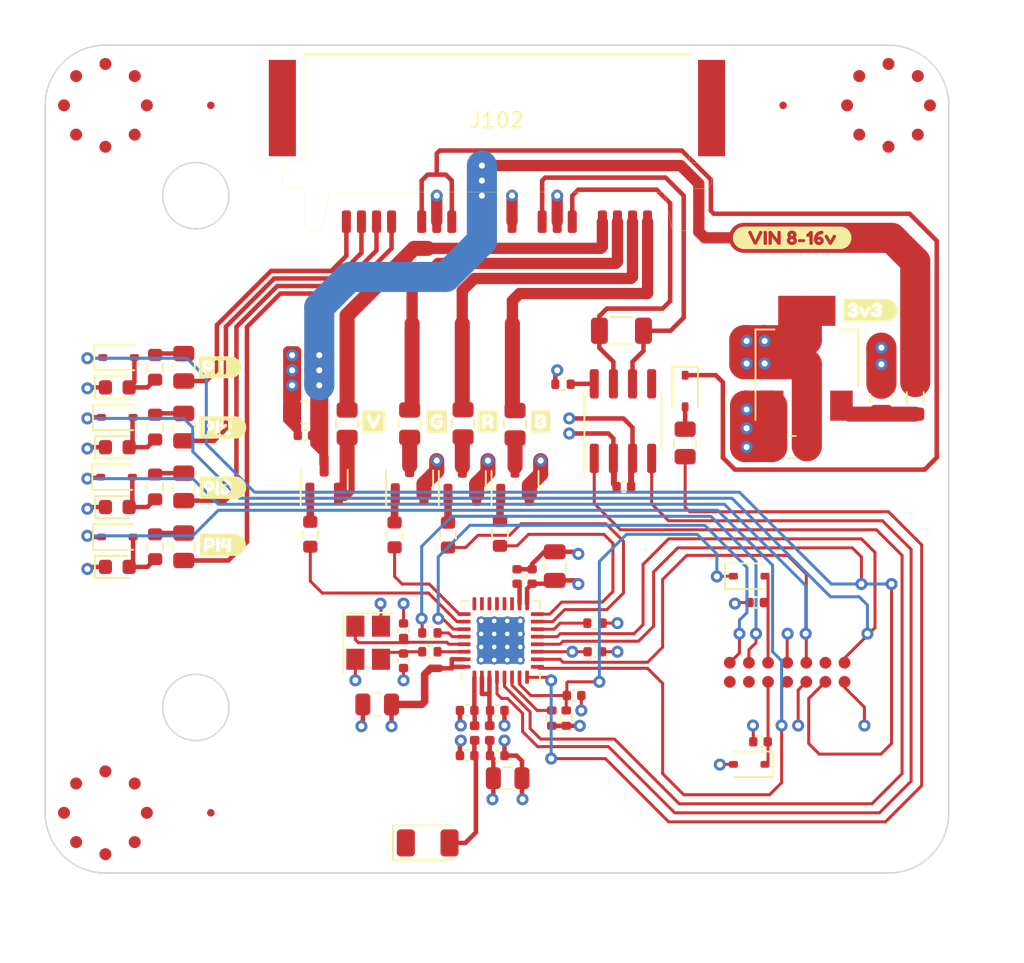
<source format=kicad_pcb>
(kicad_pcb (version 20221018) (generator pcbnew)
  (layers (0 "F.Cu" signal) (1 "In1.Cu" signal) (2 "In2.Cu" signal) (31 "B.Cu" signal) (34 "B.Paste" user) (35 "F.Paste" user) (36 "B.SilkS" user "B.Silkscreen") (37 "F.SilkS" user "F.Silkscreen") (38 "B.Mask" user) (39 "F.Mask" user) (44 "Edge.Cuts" user))
  (net 0 "")
  (net 1 "/RF_ANT")
  (net 2 "GND")
  (net 3 "VS")
  (net 4 "VDD")
  (net 5 "/_XTAL_P")
  (net 6 "/XTAL_N")
  (net 7 "Net-(C110-Pad1)")
  (net 8 "/LNA_IN")
  (net 9 "Net-(U103-VI)")
  (net 10 "Net-(D109-K)")
  (net 11 "/JTRST")
  (net 12 "/EN")
  (net 13 "/PI1_DIV")
  (net 14 "/NZR1_OUT")
  (net 15 "Net-(D102-A)")
  (net 16 "/PI2_DIV")
  (net 17 "/PI3_DIV")
  (net 18 "/PI4_DIV")
  (net 19 "/MTMS")
  (net 20 "/MTDI")
  (net 21 "/MTCK")
  (net 22 "/MTDO")
  (net 26 "/VCP_TX")
  (net 27 "/VCP_RX")
  (net 28 "Net-(Q101-G)")
  (net 29 "Net-(Q101-S)")
  (net 30 "Net-(Q102-G)")
  (net 31 "Net-(Q102-D)")
  (net 32 "Net-(Q103-G)")
  (net 33 "Net-(Q103-D)")
  (net 34 "Net-(Q104-G)")
  (net 35 "Net-(Q104-D)")
  (net 36 "/V_OUT")
  (net 37 "/PI1")
  (net 38 "Net-(R102-Pad2)")
  (net 39 "/V_GATE")
  (net 40 "/R_GATE")
  (net 41 "/G_GATE")
  (net 42 "/B_GATE")
  (net 43 "/R_OUT")
  (net 44 "/G_OUT")
  (net 45 "/B_OUT")
  (net 46 "/NRZ1")
  (net 47 "/PI2")
  (net 48 "Net-(R113-Pad2)")
  (net 49 "/PI3")
  (net 50 "Net-(R115-Pad2)")
  (net 51 "/PI4")
  (net 52 "Net-(R116-Pad2)")
  (net 53 "Net-(U102-Rs)")
  (net 54 "/CAN_H")
  (net 55 "/CAN_L")
  (net 56 "/XTAL_P")
  (net 57 "/_VCP_TX")
  (net 58 "Net-(U101-GPIO2)")
  (net 59 "Net-(U101-GPIO8)")
  (net 60 "/CAN_RXD")
  (net 61 "/CAN_TXD")
  (footprint "kibuzzard-648F92EC" (layer "F.Cu") (at 57.8 47)
    (fp_text reference "kibuzzard-648F92EC" hide)
    (fp_text value "G***" hide)
  )
  (footprint "Diode_SMD:D_SOD-323" (layer "F.Cu") (at 40.7375 50.7)
    (fp_text reference "D110" hide)
    (fp_text value "1N5819WS" hide)
  )
  (footprint "kibuzzard-648F93A2" (layer "F.Cu") (at 85.6 34.8)
    (fp_text reference "kibuzzard-648F93A2" hide)
    (fp_text value "G***" hide)
  )
  (footprint "Fiducial:Fiducial_0.5mm_Mask1.5mm" (layer "F.Cu") (at 85 26)
    (fp_text reference "REF**" hide)
    (fp_text value "Fiducial_0.5mm_Mask1.5mm" hide)
  )
  (footprint "Package_TO_SOT_SMD:SOT-23" (layer "F.Cu") (at 60.2 50.9 90)
    (fp_text reference "Q103" hide)
    (fp_text value "AO3400A" hide)
  )
  (footprint "Inductor_SMD:L_0402_1005Metric" (layer "F.Cu") (at 65.52 67.700001 -90)
    (fp_text reference "L101" hide)
    (fp_text value "L_Small" hide)
  )
  (footprint "Resistor_SMD:R_0402_1005Metric" (layer "F.Cu") (at 70.6 66.71 90)
    (fp_text reference "R123" hide)
    (fp_text value "R_0402_1k" hide)
  )
  (footprint "LED_SMD:LED_0603_1608Metric" (layer "F.Cu") (at 40.7875 44.7375)
    (fp_text reference "D106" hide)
    (fp_text value "LED_0603_RED" hide)
  )
  (footprint "Package_TO_SOT_SMD:SOT-23" (layer "F.Cu") (at 63.7 50.937501 90)
    (fp_text reference "Q102" hide)
    (fp_text value "AO3400A" hide)
  )
  (footprint "Capacitor_SMD:C_0402_1005Metric" (layer "F.Cu") (at 67.335 57.3 90)
    (fp_text reference "C114" hide)
    (fp_text value "C_0402_100nf_X7R" hide)
  )
  (footprint "Resistor_SMD:R_0805_2012Metric" (layer "F.Cu") (at 60.2 47.15 90)
    (fp_text reference "R109" hide)
    (fp_text value "100" hide)
  )
  (footprint "Capacitor_SMD:C_0402_1005Metric" (layer "F.Cu") (at 83.25 59.03 180)
    (fp_text reference "C119" hide)
    (fp_text value "C_0402_100nf_X7R" hide)
  )
  (footprint "LCSC_Connector:SMTSO2020CTJ" (layer "F.Cu") (at 40 73)
    (fp_text reference "H103" hide)
    (fp_text value " SMTSO2020CTJ" hide)
  )
  (footprint "Diode_SMD:D_SOD-323" (layer "F.Cu") (at 40.875 42.75)
    (fp_text reference "D111" hide)
    (fp_text value "1N5819WS" hide)
  )
  (footprint "Capacitor_SMD:C_0805_2012Metric" (layer "F.Cu") (at 91.525 45.45 90)
    (fp_text reference "C116" hide)
    (fp_text value "C_0805_1u_X7R" hide)
  )
  (footprint "Diode_SMD:D_SOD-323" (layer "F.Cu") (at 40.7875 54.675)
    (fp_text reference "D108" hide)
    (fp_text value "1N5819WS" hide)
  )
  (footprint "Resistor_SMD:R_0805_2012Metric" (layer "F.Cu") (at 45.2 55.325 90)
    (fp_text reference "R102" hide)
    (fp_text value "R_0805_10k" hide)
  )
  (footprint "Resistor_SMD:R_0402_1005Metric" (layer "F.Cu") (at 61.54624 61.05 180)
    (fp_text reference "R122" hide)
    (fp_text value "R_0402_499" hide)
  )
  (footprint "Package_SO:SOIC-8_3.9x4.9mm_P1.27mm" (layer "F.Cu") (at 74.365 46.975 90)
    (fp_text reference "U102" hide)
    (fp_text value "SN65HVD230" hide)
  )
  (footprint "Resistor_SMD:R_0603_1608Metric" (layer "F.Cu") (at 66.2 54.4375 90)
    (fp_text reference "R107" hide)
    (fp_text value "100" hide)
  )
  (footprint "Package_TO_SOT_SMD:SOT-23" (layer "F.Cu") (at 54.525 50.8625 90)
    (fp_text reference "Q101" hide)
    (fp_text value "AO3401A" hide)
  )
  (footprint "Diode_SMD:D_SOD-323" (layer "F.Cu") (at 82.75 57.28)
    (fp_text reference "D107" hide)
    (fp_text value "1N5819WS" hide)
  )
  (footprint "Package_TO_SOT_SMD:SOT-23" (layer "F.Cu") (at 67.2 50.9375 90)
    (fp_text reference "Q104" hide)
    (fp_text value "AO3400A" hide)
  )
  (footprint "Package_DFN_QFN:HVQFN-32-1EP_5x5mm_P0.5mm_EP3.1x3.1mm_ThermalVias" (layer "F.Cu") (at 66.25 61.55 90)
    (fp_text reference "U101" hide)
    (fp_text value "ESP32-C3FH4" hide)
  )
  (footprint "Resistor_SMD:R_0402_1005Metric" (layer "F.Cu") (at 70.385001 44.527499 180)
    (fp_text reference "R119" hide)
    (fp_text value "R_0402_1k" hide)
  )
  (footprint "Diode_SMD:D_SOD-323" (layer "F.Cu") (at 78.495 44.977499 -90)
    (fp_text reference "D102" hide)
    (fp_text value "1N5819WS" hide)
  )
  (footprint "Capacitor_SMD:C_0402_1005Metric" (layer "F.Cu") (at 83.5 68.28 180)
    (fp_text reference "C118" hide)
    (fp_text value "C_0402_100nf_X7R" hide)
  )
  (footprint "Capacitor_SMD:C_0402_1005Metric" (layer "F.Cu") (at 66.02 66.200001)
    (fp_text reference "C110" hide)
    (fp_text value "C_0402_DNP" hide)
  )
  (footprint "kibuzzard-648F92C0" (layer "F.Cu") (at 65.4 47)
    (fp_text reference "kibuzzard-648F92C0" hide)
    (fp_text value "G***" hide)
  )
  (footprint "Capacitor_SMD:C_0402_1005Metric" (layer "F.Cu") (at 64.02 69.200001 180)
    (fp_text reference "C112" hide)
    (fp_text value "C_0402_DNP" hide)
  )
  (footprint "LED_SMD:LED_0603_1608Metric" (layer "F.Cu") (at 40.787501 56.662501)
    (fp_text reference "D101" hide)
    (fp_text value "LED_0603_RED" hide)
  )
  (footprint "LED_SMD:LED_0603_1608Metric" (layer "F.Cu") (at 40.7875 48.7125)
    (fp_text reference "D105" hide)
    (fp_text value "LED_0603_RED" hide)
  )
  (footprint "Resistor_SMD:R_0603_1608Metric" (layer "F.Cu") (at 53.605001 54.492501 90)
    (fp_text reference "R104" hide)
    (fp_text value "100" hide)
  )
  (footprint "Resistor_SMD:R_0805_2012Metric" (layer "F.Cu") (at 45.2 47.375 90)
    (fp_text reference "R115" hide)
    (fp_text value "R_0805_10k" hide)
  )
  (footprint "Capacitor_SMD:C_0805_2012Metric" (layer "F.Cu") (at 66.71 70.700001)
    (fp_text reference "C108" hide)
    (fp_text value "C_0805_10u_X5R" hide)
  )
  (footprint "Resistor_SMD:R_0603_1608Metric" (layer "F.Cu") (at 43.3 43.4 -90)
    (fp_text reference "R118" hide)
    (fp_text value "1k" hide)
  )
  (footprint "kibuzzard-648F9323" (layer "F.Cu") (at 47.8 47.4)
    (fp_text reference "kibuzzard-648F9323" hide)
    (fp_text value "G***" hide)
  )
  (footprint "Resistor_SMD:R_0805_2012Metric" (layer "F.Cu") (at 67.2 47.1875 90)
    (fp_text reference "R110" hide)
    (fp_text value "100" hide)
  )
  (footprint "Capacitor_SMD:C_0402_1005Metric" (layer "F.Cu") (at 66.02 69.200001)
    (fp_text reference "C109" hide)
    (fp_text value "C_0402_100nf_X7R" hide)
  )
  (footprint "RF_Antenna:Johanson_2450AT18x100" (layer "F.Cu") (at 61.4 75)
    (fp_text reference "AE101" hide)
    (fp_text value "Antenna_Chip" hide)
  )
  (footprint "Resistor_SMD:R_0402_1005Metric" (layer "F.Cu") (at 69.64 66.71 90)
    (fp_text reference "R124" hide)
    (fp_text value "R_0402_1k" hide)
  )
  (footprint "kibuzzard-648F92CD" (layer "F.Cu") (at 62 47)
    (fp_text reference "kibuzzard-648F92CD" hide)
    (fp_text value "G***" hide)
  )
  (footprint "kibuzzard-648F93D4" (layer "F.Cu") (at 90.8 39.6)
    (fp_text reference "kibuzzard-648F93D4" hide)
    (fp_text value "G***" hide)
  )
  (footprint "Capacitor_SMD:C_0805_2012Metric" (layer "F.Cu") (at 58.04624 65.8 180)
    (fp_text reference "C106" hide)
    (fp_text value "C_0805_1u_X7R" hide)
  )
  (footprint "Capacitor_SMD:C_0805_2012Metric" (layer "F.Cu") (at 53.25 46.4 180)
    (fp_text reference "C101" hide)
    (fp_text value "C_0805_1u_X7R" hide)
  )
  (footprint "Capacitor_SMD:C_0402_1005Metric" (layer "F.Cu") (at 68.335 57.3 90)
    (fp_text reference "C107" hide)
    (fp_text value "C_0402_10n_C0G" hide)
  )
  (footprint "Capacitor_SMD:C_0402_1005Metric" (layer "F.Cu") (at 59.796239 60.9 90)
    (fp_text reference "C105" hide)
    (fp_text value "C_0402_DNP" hide)
  )
  (footprint "Resistor_SMD:R_0805_2012Metric" (layer "F.Cu") (at 56.05 47.15 90)
    (fp_text reference "R101" hide)
    (fp_text value "100" hide)
  )
  (footprint "Capacitor_SMD:C_0402_1005Metric" (layer "F.Cu") (at 74.425 51.327499 180)
    (fp_text reference "C103" hide)
    (fp_text value "C_0402_100nf_X7R" hide)
  )
  (footprint "Inductor_SMD:L_0805_2012Metric" (layer "F.Cu") (at 93.774999 45.45 -90)
    (fp_text reference "FB101" hide)
    (fp_text value "FerriteBead_Small" hide)
  )
  (footprint "LCSC_Connector:ZE05H-16DP-2H" (layer "F.Cu") (at 66 23.534 180)
    (fp_text reference "J102")
    (fp_text value " ZE05H-16DP-2H" hide)
  )
  (footprint "kibuzzard-648F933E" (layer "F.Cu") (at 47.8 55.2)
    (fp_text reference "kibuzzard-648F933E" hide)
    (fp_text value "G***" hide)
  )
  (footprint "Resistor_SMD:R_0402_1005Metric" (layer "F.Cu") (at 72.51 60.4 180)
    (fp_text reference "R125" hide)
    (fp_text value "R_0402_1k" hide)
  )
  (footprint "Inductor_SMD:L_0402_1005Metric" (layer "F.Cu") (at 64.52 67.700001 -90)
    (fp_text reference "L102" hide)
    (fp_text value "L_Small" hide)
  )
  (footprint "Capacitor_SMD:C_0402_1005Metric" (layer "F.Cu") (at 59.79624 62.9 -90)
    (fp_text reference "C104" hide)
    (fp_text value "C_0402_DNP" hide)
  )
  (footprint "Resistor_SMD:R_0805_2012Metric" (layer "F.Cu") (at 63.75 47.125 90)
    (fp_text reference "R108" hide)
    (fp_text value "100" hide)
  )
  (footprint "LCSC_Connector:SMTSO2020CTJ" (layer "F.Cu") (at 40 26)
    (fp_text reference "H101" hide)
    (fp_text value " SMTSO2020CTJ" hide)
  )
  (footprint "Resistor_SMD:R_0603_1608Metric" (layer "F.Cu") (at 59.2 54.5375 90)
    (fp_text reference "R106" hide)
    (fp_text value "100" hide)
  )
  (footprint "Fiducial:Fiducial_0.5mm_Mask1.5mm" (layer "F.Cu") (at 47 26)
    (fp_text reference "REF**" hide)
    (fp_text value "Fiducial_0.5mm_Mask1.5mm" hide)
  )
  (footprint "Capacitor_SMD:C_0402_1005Metric" (layer "F.Cu") (at 72.5 62.3)
    (fp_text reference "C115" hide)
    (fp_text value "C_0402_100nf_X7R" hide)
  )
  (footprint "Capacitor_SMD:C_0805_2012Metric" (layer "F.Cu") (at 85.575 48.7 180)
    (fp_text reference "C117" hide)
    (fp_text value "C_0805_1u_X7R" hide)
  )
  (footprint "Resistor_SMD:R_0805_2012Metric" (layer "F.Cu") (at 45.2 43.4 90)
    (fp_text reference "R116" hide)
    (fp_text value "R_0805_10k" hide)
  )
  (footprint "kibuzzard-648F9331" (layer "F.Cu") (at 47.8 51.4)
    (fp_text reference "kibuzzard-648F9331" hide)
    (fp_text value "G***" hide)
  )
  (footprint "Package_TO_SOT_SMD:SOT-223-3_TabPin2" (layer "F.Cu") (at 86.575001 42.8 90)
    (fp_text reference "U103" hide)
    (fp_text value "AMS1117-3.3" hide)
  )
  (footprint "Diode_SMD:D_SOD-323" (layer "F.Cu") (at 40.787501 46.725)
    (fp_text reference "D112" hide)
    (fp_text value "1N5819WS" hide)
  )
  (footprint "Resistor_SMD:R_0603_1608Metric" (layer "F.Cu") (at 43.3 51.35 -90)
    (fp_text reference "R114" hide)
    (fp_text value "1k" hide)
  )
  (footprint "Capacitor_SMD:C_0402_1005Metric" (layer "F.Cu") (at 64.02 66.2 180)
    (fp_text reference "C111" hide)
    (fp_text value "C_0402_DNP" hide)
  )
  (footprint "Diode_SMD:D_SOD-323" (layer "F.Cu") (at 82.75 69.78 180)
    (fp_text reference "D109" hide)
    (fp_text value "1N5819WS" hide)
  )
  (footprint "Resistor_SMD:R_0402_1005Metric" (layer "F.Cu") (at 61.54624 62.3)
    (fp_text reference "R121" hide)
    (fp_text value "R_0402_DNP" hide)
  )
  (footprint "Resistor_SMD:R_0805_2012Metric" (layer "F.Cu") (at 45.2 51.35 90)
    (fp_text reference "R113" hide)
    (fp_text value "R_0805_10k" hide)
  )
  (footprint "kibuzzard-648F9315" (layer "F.Cu") (at 47.6 43.4)
    (fp_text reference "kibuzzard-648F9315" hide)
    (fp_text value "G***" hide)
  )
  (footprint "Resistor_SMD:R_1206_3216Metric" (layer "F.Cu") (at 74.265 40.975)
    (fp_text reference "R120" hide)
    (fp_text value "R_1206_DNP" hide)
  )
  (footprint "Capacitor_SMD:C_0805_2012Metric" (layer "F.Cu") (at 69.835 56.61 90)
    (fp_text reference "C113" hide)
    (fp_text value "C_0805_1u_X7R" hide)
  )
  (footprint "Resistor_SMD:R_0805_2012Metric" (layer "F.Cu") (at 78.495001 48.427499 90)
    (fp_text reference "R111" hide)
    (fp_text value "220" hide)
  )
  (footprint "Resistor_SMD:R_0603_1608Metric" (layer "F.Cu") (at 43.3 47.375 -90)
    (fp_text reference "R117" hide)
    (fp_text value "1k" hide)
  )
  (footprint "Resistor_SMD:R_0603_1608Metric" (layer "F.Cu") (at 62.75 54.549999 90)
    (fp_text reference "R105" hide)
    (fp_text value "100" hide)
  )
  (footprint "Capacitor_SMD:C_0402_1005Metric" (layer "F.Cu") (at 53.25 47.925 180)
    (fp_text reference "C102" hide)
    (fp_text value "C_0402_100nf_X7R" hide)
  )
  (footprint "kibuzzard-648F92E2" (layer "F.Cu") (at 68.9 47)
    (fp_text reference "kibuzzard-648F92E2" hide)
    (fp_text value "G***" hide)
  )
  (footprint "Capacitor_SMD:C_0402_1005Metric" (layer "F.Cu") (at 71.12 65.21)
    (fp_text reference "C120" hide)
    (fp_text value "C_0402_100nf_X7R" hide)
  )
  (footprint "LED_SMD:LED_0603_1608Metric" (layer "F.Cu") (at 40.7875 52.6875)
    (fp_text reference "D104" hide)
    (fp_text value "LED_0603_RED" hide)
  )
  (footprint "LCSC_Connector:SMTSO2020CTJ" (layer "F.Cu") (at 92 26)
    (fp_text reference "H102" hide)
    (fp_text value " SMTSO2020CTJ" hide)
  )
  (footprint "Fiducial:Fiducial_0.5mm_Mask1.5mm" (layer "F.Cu") (at 47 73)
    (fp_text reference "REF**" hide)
    (fp_text value "Fiducial_0.5mm_Mask1.5mm" hide)
  )
  (footprint "Resistor_SMD:R_0603_1608Metric" (layer "F.Cu") (at 43.3 55.325 -90)
    (fp_text reference "R103" hide)
    (fp_text value "1k" hide)
  )
  (footprint "Crystal:Crystal_SMD_3225-4Pin_3.2x2.5mm" (layer "F.Cu") (at 57.44624 61.7 -90)
    (fp_text reference "Y101" hide)
    (fp_text value "40_Mhz" hide)
  )
  (footprint "LCSC_Connector:TC2070-IDC-FP" (layer "F.Cu") (at 85.27 63.665)
    (fp_text reference "J101" hide)
    (fp_text value "Conn_ST_STDC14" hide)
  )
  (gr_line (start 36 73) (end 36 26) (stroke (width 0.1)) (layer "Edge.Cuts"))
  (gr_arc (start 36 26) (mid 37.171573 23.171573) (end 40 22) (stroke (width 0.1)) (layer "Edge.Cuts"))
  (gr_line (start 96 26) (end 96 73) (stroke (width 0.1)) (layer "Edge.Cuts"))
  (gr_arc (start 40 77) (mid 37.171573 75.828427) (end 36 73) (stroke (width 0.1)) (layer "Edge.Cuts"))
  (gr_circle (center 46 32) (end 48.2 32) (stroke (width 0.1)) (fill none) (layer "Edge.Cuts"))
  (gr_arc (start 92 22) (mid 94.828427 23.171573) (end 96 26) (stroke (width 0.1)) (layer "Edge.Cuts"))
  (gr_arc (start 96 73) (mid 94.828427 75.828427) (end 92 77) (stroke (width 0.1)) (layer "Edge.Cuts"))
  (gr_circle (center 46 66) (end 48.2 66) (stroke (width 0.1)) (fill none) (layer "Edge.Cuts"))
  (gr_line (start 92 77) (end 40 77) (stroke (width 0.1)) (layer "Edge.Cuts"))
  (gr_line (start 40 22) (end 92 22) (stroke (width 0.1)) (layer "Edge.Cuts"))
  (segment (start 64.5 68.205001) (end 64.52 68.185001) (width 0.3) (layer "F.Cu") (net 1))
  (segment (start 64.6 74.3) (end 63.9 75) (width 0.3) (layer "F.Cu") (net 1))
  (segment (start 64.5 69.200001) (end 64.5 68.205001) (width 0.3) (layer "F.Cu") (net 1))
  (segment (start 63.9 75) (end 63 75) (width 0.3) (layer "F.Cu") (net 1))
  (segment (start 64.6 69.300001) (end 64.6 74.3) (width 0.3) (layer "F.Cu") (net 1))
  (segment (start 64.5 69.200001) (end 64.6 69.300001) (width 0.3) (layer "F.Cu") (net 1))
  (segment (start 38.9125 52.6875) (end 38.8 52.8) (width 0.3) (layer "F.Cu") (net 2))
  (segment (start 68.335 56.82) (end 68.335 56.465) (width 0.3) (layer "F.Cu") (net 2))
  (segment (start 64.65 51.15) (end 65.4 50.4) (width 1) (layer "F.Cu") (net 2))
  (segment (start 82.475 47.25) (end 82.575 47.15) (width 2) (layer "F.Cu") (net 2))
  (segment (start 73.765 51.147499) (end 73.765 49.485) (width 0.4) (layer "F.Cu") (net 2))
  (segment (start 82.77 59.03) (end 81.87 59.03) (width 0.2) (layer "F.Cu") (net 2))
  (segment (start 91.525001 44.5) (end 91.525 43.2) (width 2) (layer "F.Cu") (net 2))
  (segment (start 68.15 51.25) (end 68.7 50.7) (width 1) (layer "F.Cu") (net 2))
  (segment (start 82.625 48.7) (end 82.575 48.700001) (width 2) (layer "F.Cu") (net 2))
  (segment (start 59.796239 60.42) (end 59.796239 59.103761) (width 0.2) (layer "F.Cu") (net 2))
  (segment (start 84.275 45.949999) (end 82.625 45.95) (width 2) (layer "F.Cu") (net 2))
  (segment (start 69.875001 43.725011) (end 70 43.600012) (width 0.3) (layer "F.Cu") (net 2))
  (segment (start 62 50.3) (end 62 49.6) (width 1) (layer "F.Cu") (net 2))
  (segment (start 91.525 43.2) (end 91.525 42.1) (width 2) (layer "F.Cu") (net 2))
  (segment (start 73.73 49.45) (end 73.73 48.13) (width 0.3) (layer "F.Cu") (net 2))
  (segment (start 83.02 68.28) (end 83.02 67.22) (width 0.2) (layer "F.Cu") (net 2))
  (segment (start 82.575 47.45) (end 82.575 47.4) (width 2) (layer "F.Cu") (net 2))
  (segment (start 67.335 56.82) (end 68.335 56.82) (width 0.3) (layer "F.Cu") (net 2))
  (segment (start 73.4 47.8) (end 70.8 47.8) (width 0.3) (layer "F.Cu") (net 2))
  (segment (start 40 52.6875) (end 38.9125 52.6875) (width 0.3) (layer "F.Cu") (net 2))
  (segment (start 84.275 48.7) (end 82.625 48.7) (width 2) (layer "F.Cu") (net 2))
  (segment (start 82.525001 45.95) (end 82.475 45.95) (width 2) (layer "F.Cu") (net 2))
  (segment (start 91.525 42.1) (end 91.525 42.25) (width 2) (layer "F.Cu") (net 2))
  (segment (start 85.27 61.13) (end 85.3 61.1) (width 0.2) (layer "F.Cu") (net 2))
  (segment (start 61.15 51.8375) (end 61.15 51.15) (width 1) (layer "F.Cu") (net 2))
  (segment (start 67.300001 69.200001) (end 66.5 69.200001) (width 0.3) (layer "F.Cu") (net 2))
  (segment (start 59.79624 64.19624) (end 59.8 64.2) (width 0.2) (layer "F.Cu") (net 2))
  (segment (start 61.8 50.5) (end 62 50.3) (width 1) (layer "F.Cu") (net 2))
  (segment (start 56.59624 64.19624) (end 56.6 64.2) (width 0.2) (layer "F.Cu") (net 2))
  (segment (start 82.475 46.3) (end 82.575 46.200001) (width 2) (layer "F.Cu") (net 2))
  (segment (start 66.5 69.200001) (end 66.5 68.2) (width 0.3) (layer "F.Cu") (net 2))
  (segment (start 59.796239 59.103761) (end 59.8 59.1) (width 0.2) (layer "F.Cu") (net 2))
  (segment (start 67.66 70.700001) (end 67.66 72.06) (width 0.3) (layer "F.Cu") (net 2))
  (segment (start 66.5 66.200001) (end 66.5 67.2) (width 0.3) (layer "F.Cu") (net 2))
  (segment (start 82.475 46.1) (end 82.475 45.95) (width 2) (layer "F.Cu") (net 2))
  (segment (start 38.937499 56.662501) (end 38.8 56.8) (width 0.3) (layer "F.Cu") (net 2))
  (segment (start 86.54 64.3) (end 86 64.84) (width 0.2) (layer "F.Cu") (net 2))
  (segment (start 68.7 50.7) (end 68.9 50.5) (width 1) (layer "F.Cu") (net 2))
  (segment (start 82.575 48.700001) (end 82.475 48.7) (width 2) (layer "F.Cu") (net 2))
  (segment (start 62 33.729) (end 62 32) (width 0.75) (layer "F.Cu") (net 2))
  (segment (start 82.625 45.95) (end 82.575 46) (width 2) (layer "F.Cu") (net 2))
  (segment (start 40.000001 56.662501) (end 38.937499 56.662501) (width 0.3) (layer "F.Cu") (net 2))
  (segment (start 82.625 47.45) (end 82.575 47.45) (width 2) (layer "F.Cu") (net 2))
  (segment (start 82.475 47.05) (end 82.475 46.3) (width 2) (layer "F.Cu") (net 2))
  (segment (start 85.27 63.03) (end 85.27 61.13) (width 0.2) (layer "F.Cu") (net 2))
  (segment (start 65.4 50.4) (end 65.4 49.6) (width 1) (layer "F.Cu") (net 2))
  (segment (start 71.6 65.21) (end 71.6 66.2) (width 0.2) (layer "F.Cu") (net 2))
  (segment (start 90.4 65.985717) (end 90.4 67.2) (width 0.2) (layer "F.Cu") (net 2))
  (segment (start 67.66 70.700001) (end 67.66 69.56) (width 0.3) (layer "F.Cu") (net 2))
  (segment (start 82.475 48.7) (end 82.475 47.7) (width 2) (layer "F.Cu") (net 2))
  (segment (start 40 44.7375) (end 38.8625 44.7375) (width 0.3) (layer "F.Cu") (net 2))
  (segment (start 38.8625 44.7375) (end 38.8 44.8) (width 0.3) (layer "F.Cu") (net 2))
  (segment (start 61.15 51.15) (end 61.8 50.5) (width 1) (layer "F.Cu") (net 2))
  (segment (start 63.54 66.2) (end 63.54 67.14) (width 0.3) (layer "F.Cu") (net 2))
  (segment (start 40 48.7125) (end 38.8875 48.7125) (width 0.3) (layer "F.Cu") (net 2))
  (segment (start 82.475 47.3) (end 82.475 47.25) (width 2) (layer "F.Cu") (net 2))
  (segment (start 84.275 45.949999) (end 84.275 48.7) (width 2) (layer "F.Cu") (net 2))
  (segment (start 69.875001 44.527499) (end 69.875001 43.725011) (width 0.3) (layer "F.Cu") (net 2))
  (segment (start 82.575 47.4) (end 82.475 47.3) (width 2) (layer "F.Cu") (net 2))
  (segment (start 89.08 64.665717) (end 90.4 65.985717) (width 0.2) (layer "F.Cu") (net 2))
  (segment (start 82.575 46.200001) (end 82.475 46.1) (width 2) (layer "F.Cu") (net 2))
  (segment (start 58.29624 59.126491) (end 58.269749 59.1) (width 0.2) (layer "F.Cu") (net 2))
  (segment (start 73.765 49.485) (end 73.73 49.45) (width 0.4) (layer "F.Cu") (net 2))
  (segment (start 71.26 55.66) (end 71.4 55.8) (width 0.3) (layer "F.Cu") (net 2))
  (segment (start 68.335 56.465) (end 69.14 55.66) (width 0.3) (layer "F.Cu") (net 2))
  (segment (start 57.09624 67.153759) (end 57 67.249999) (width 0.3) (layer "F.Cu") (net 2))
  (segment (start 82.475 47.7) (end 82.675 47.5) (width 2) (layer "F.Cu") (net 2))
  (segment (start 38.8875 48.7125) (end 38.8 48.8) (width 0.3) (layer "F.Cu") (net 2))
  (segment (start 69.835 55.66) (end 71.26 55.66) (width 0.3) (layer "F.Cu") (net 2))
  (segment (start 59.79624 63.38) (end 59.79624 64.19624) (width 0.2) (layer "F.Cu") (net 2))
  (segment (start 68.9 50.5) (end 68.9 49.6) (width 1) (layer "F.Cu") (net 2))
  (segment (start 73.945 51.327499) (end 73.765 51.147499) (width 0.4) (layer "F.Cu") (net 2))
  (segment (start 67 33.729) (end 67 32) (width 0.75) (layer "F.Cu") (net 2))
  (segment (start 73.73 48.13) (end 73.6 48) (width 0.3) (layer "F.Cu") (net 2))
  (segment (start 63.54 67.14) (end 63.6 67.2) (width 0.3) (layer "F.Cu") (net 2))
  (segment (start 72.98 62.3) (end 74 62.3) (width 0.2) (layer "F.Cu") (net 2))
  (segment (start 81.87 59.03) (end 81.8 59.1) (width 0.2) (layer "F.Cu") (net 2))
  (segment (start 89.08 64.3) (end 89.08 64.665717) (width 0.2) (layer "F.Cu") (net 2))
  (segment (start 56.59624 62.8) (end 56.59624 64.19624) (width 0.2) (layer "F.Cu") (net 2))
  (segment (start 83.02 67.22) (end 83 67.2) (width 0.2) (layer "F.Cu") (net 2))
  (segment (start 86 64.84) (end 86 67.2) (width 0.2) (layer "F.Cu") (net 2))
  (segment (start 58.29624 60.6) (end 58.29624 59.126491) (width 0.2) (layer "F.Cu") (net 2))
  (segment (start 70 33.729) (end 70 32) (width 0.75) (layer "F.Cu") (net 2))
  (segment (start 82.575 47.15) (end 82.475 47.05) (width 2) (layer "F.Cu") (net 2))
  (segment (start 69.14 55.66) (end 69.835 55.66) (width 0.3) (layer "F.Cu") (net 2))
  (segment (start 82.575 46) (end 82.525001 45.95) (width 2) (layer "F.Cu") (net 2))
  (segment (start 67.66 69.56) (end 67.300001 69.200001) (width 0.3) (layer "F.Cu") (net 2))
  (segment (start 64.65 51.875001) (end 64.65 51.15) (width 1) (layer "F.Cu") (net 2))
  (segment (start 73.6 48) (end 73.4 47.8) (width 0.3) (layer "F.Cu") (net 2))
  (segment (start 67.66 72.06) (end 67.7 72.1) (width 0.3) (layer "F.Cu") (net 2))
  (segment (start 63.54 69.200001) (end 63.54 68.26) (width 0.3) (layer "F.Cu") (net 2))
  (segment (start 57.09624 65.8) (end 57.09624 67.153759) (width 0.3) (layer "F.Cu") (net 2))
  (segment (start 68.15 51.875) (end 68.15 51.25) (width 1) (layer "F.Cu") (net 2))
  (segment (start 63.54 68.26) (end 63.6 68.2) (width 0.3) (layer "F.Cu") (net 2))
  (segment (start 82.675 47.5) (end 82.625 47.45) (width 2) (layer "F.Cu") (net 2))
  (via (at 65.4 49.6) (size 0.8) (drill 0.4) (layers "F.Cu" "B.Cu") (net 2))
  (via (at 38.8 48.8) (size 0.8) (drill 0.4) (layers "F.Cu" "B.Cu") (net 2))
  (via (at 71.6 66.2) (size 0.8) (drill 0.4) (layers "F.Cu" "B.Cu") (net 2))
  (via (at 91.525 42.1) (size 0.8) (drill 0.4) (layers "F.Cu" "B.Cu") (net 2))
  (via (at 58.269749 59.1) (size 0.8) (drill 0.4) (layers "F.Cu" "B.Cu") (net 2))
  (via (at 52.4 43.6) (size 0.8) (drill 0.4) (layers "F.Cu" "B.Cu") (net 2))
  (via (at 62 32) (size 0.8) (drill 0.4) (layers "F.Cu" "B.Cu") (net 2))
  (via (at 63.6 67.2) (size 0.8) (drill 0.4) (layers "F.Cu" "B.Cu") (net 2))
  (via (at 38.8 44.8) (size 0.8) (drill 0.4) (layers "F.Cu" "B.Cu") (net 2))
  (via (at 71.4 55.8) (size 0.8) (drill 0.4) (layers "F.Cu" "B.Cu") (net 2))
  (via (at 59.8 59.1) (size 0.8) (drill 0.4) (layers "F.Cu" "B.Cu") (net 2))
  (via (at 68.9 49.6) (size 0.8) (drill 0.4) (layers "F.Cu" "B.Cu") (net 2))
  (via (at 38.8 52.8) (size 0.8) (drill 0.4) (layers "F.Cu" "B.Cu") (net 2))
  (via (at 70 43.600012) (size 0.8) (drill 0.4) (layers "F.Cu" "B.Cu") (net 2))
  (via (at 91.525 43.2) (size 0.8) (drill 0.4) (layers "F.Cu" "B.Cu") (net 2))
  (via (at 52.4 42.6) (size 0.8) (drill 0.4) (layers "F.Cu" "B.Cu") (net 2))
  (via (at 74 62.3) (size 0.8) (drill 0.4) (layers "F.Cu" "B.Cu") (net 2))
  (via (at 70 32) (size 0.8) (drill 0.4) (layers "F.Cu" "B.Cu") (net 2))
  (via (at 86 67.2) (size 0.8) (drill 0.4) (layers "F.Cu" "B.Cu") (net 2))
  (via (at 82.575 47.45) (size 0.8) (drill 0.4) (layers "F.Cu" "B.Cu") (net 2))
  (via (at 38.8 56.8) (size 0.8) (drill 0.4) (layers "F.Cu" "B.Cu") (net 2))
  (via (at 67.7 72.1) (size 0.8) (drill 0.4) (layers "F.Cu" "B.Cu") (net 2))
  (via (at 90.4 67.2) (size 0.8) (drill 0.4) (layers "F.Cu" "B.Cu") (net 2))
  (via (at 57 67.249999) (size 0.8) (drill 0.4) (layers "F.Cu" "B.Cu") (net 2))
  (via (at 62 49.6) (size 0.8) (drill 0.4) (layers "F.Cu" "B.Cu") (net 2))
  (via (at 83 67.2) (size 0.8) (drill 0.4) (layers "F.Cu" "B.Cu") (net 2))
  (via (at 70.8 47.8) (size 0.8) (drill 0.4) (layers "F.Cu" "B.Cu") (net 2))
  (via (at 81.8 59.1) (size 0.8) (drill 0.4) (layers "F.Cu" "B.Cu") (net 2))
  (via (at 85.3 61.1) (size 0.8) (drill 0.4) (layers "F.Cu" "B.Cu") (net 2))
  (via (at 52.4 44.6) (size 0.8) (drill 0.4) (layers "F.Cu" "B.Cu") (net 2))
  (via (at 82.575 48.700001) (size 0.8) (drill 0.4) (layers "F.Cu" "B.Cu") (net 2))
  (via (at 63.6 68.2) (size 0.8) (drill 0.4) (layers "F.Cu" "B.Cu") (net 2))
  (via (at 66.5 68.2) (size 0.8) (drill 0.4) (layers "F.Cu" "B.Cu") (net 2))
  (via (at 59.8 64.2) (size 0.8) (drill 0.4) (layers "F.Cu" "B.Cu") (net 2))
  (via (at 82.575 46.200001) (size 0.8) (drill 0.4) (layers "F.Cu" "B.Cu") (net 2))
  (via (at 56.6 64.2) (size 0.8) (drill 0.4) (layers "F.Cu" "B.Cu") (net 2))
  (via (at 67 32) (size 0.8) (drill 0.4) (layers "F.Cu" "B.Cu") (net 2))
  (via (at 66.5 67.2) (size 0.8) (drill 0.4) (layers "F.Cu" "B.Cu") (net 2))
  (segment (start 65 31) (end 65 30.000016) (width 0.75) (layer "F.Cu") (net 3))
  (segment (start 79.8 34.8) (end 79.4 34.4) (width 0.75) (layer "F.Cu") (net 3))
  (segment (start 93.774999 36.374999) (end 92.2 34.8) (width 2) (layer "F.Cu") (net 3))
  (segment (start 93.774999 44.3875) (end 93.774999 36.374999) (width 2) (layer "F.Cu") (net 3))
  (segment (start 65 33.729) (end 65 32) (width 0.75) (layer "F.Cu") (net 3))
  (segment (start 79.4 31.2) (end 78.2 30) (width 0.75) (layer "F.Cu") (net 3))
  (segment (start 65 32) (end 65 31) (width 0.75) (layer "F.Cu") (net 3))
  (segment (start 92.2 34.8) (end 82.4 34.8) (width 2) (layer "F.Cu") (net 3))
  (segment (start 82.4 34.8) (end 79.8 34.8) (width 0.75) (layer "F.Cu") (net 3))
  (segment (start 65 30.000016) (end 65.000016 30) (width 0.75) (layer "F.Cu") (net 3))
  (segment (start 78.2 30) (end 65.000016 30) (width 0.75) (layer "F.Cu") (net 3))
  (segment (start 79.4 34.4) (end 79.4 31.2) (width 0.75) (layer "F.Cu") (net 3))
  (via (at 54.2 42.6) (size 0.8) (drill 0.4) (layers "F.Cu" "B.Cu") (net 3))
  (via (at 65 31) (size 0.8) (drill 0.4) (layers "F.Cu" "B.Cu") (net 3))
  (via (at 65.000016 30) (size 0.8) (drill 0.4) (layers "F.Cu" "B.Cu") (net 3))
  (via (at 54.2 44.6) (size 0.8) (drill 0.4) (layers "F.Cu" "B.Cu") (net 3))
  (via (at 54.2 43.6) (size 0.8) (drill 0.4) (layers "F.Cu" "B.Cu") (net 3))
  (via (at 65 32) (size 0.8) (drill 0.4) (layers "F.Cu" "B.Cu") (net 3))
  (segment (start 54.2 44.6) (end 54.2 44.4) (width 2) (layer "B.Cu") (net 3))
  (segment (start 54.2 43.6) (end 54.2 44.6) (width 2) (layer "B.Cu") (net 3))
  (segment (start 54.2 39.4) (end 54.2 42.6) (width 2) (layer "B.Cu") (net 3))
  (segment (start 62.6 37.4) (end 56.2 37.4) (width 2) (layer "B.Cu") (net 3))
  (segment (start 56.2 37.4) (end 54.2 39.4) (width 2) (layer "B.Cu") (net 3))
  (segment (start 65 35) (end 62.6 37.4) (width 2) (layer "B.Cu") (net 3))
  (segment (start 54.2 42.6) (end 54.2 43.6) (width 2) (layer "B.Cu") (net 3))
  (segment (start 65 30) (end 65 35) (width 2) (layer "B.Cu") (net 3))
  (segment (start 69.835 57.56) (end 71.16 57.56) (width 0.3) (layer "F.Cu") (net 4))
  (segment (start 83.825 43.2) (end 83.775 43.15) (width 2) (layer "F.Cu") (net 4))
  (segment (start 65.52 68.185001) (end 65.52 69.180001) (width 0.3) (layer "F.Cu") (net 4))
  (segment (start 86.575 41.599999) (end 86.575 39.65) (width 2) (layer "F.Cu") (net 4))
  (segment (start 82.625 43.2) (end 82.575 43.15) (width 2) (layer "F.Cu") (net 4))
  (segment (start 73.02 60.4) (end 74 60.4) (width 0.2) (layer "F.Cu") (net 4))
  (segment (start 83.825 41.6) (end 86.575 41.599999) (width 2) (layer "F.Cu") (net 4))
  (segment (start 61.2 65.6) (end 61.2 63.8) (width 0.5) (layer "F.Cu") (net 4))
  (segment (start 82.425 41.599999) (end 82.525 41.6) (width 2) (layer "F.Cu") (net 4))
  (segment (start 65.76 72.04) (end 65.7 72.1) (width 0.3) (layer "F.Cu") (net 4))
  (segment (start 75 47.4) (end 74.6 47) (width 0.3) (layer "F.Cu") (net 4))
  (segment (start 82.525 41.6) (end 82.575 41.65) (width 2) (layer "F.Cu") (net 4))
  (segment (start 68.7 62.3) (end 71 62.3) (width 0.2) (layer "F.Cu") (net 4))
  (segment (start 81.7 69.78) (end 80.82 69.78) (width 0.2) (layer "F.Cu") (net 4))
  (segment (start 67.5 57.945) (end 67.335 57.78) (width 0.3) (layer "F.Cu") (net 4))
  (segment (start 69.64 67.22) (end 71.499998 67.22) (width 0.3) (layer "F.Cu") (net 4))
  (segment (start 63 63.4) (end 63.1 63.3) (width 0.3) (layer "F.Cu") (net 4))
  (segment (start 58.99624 65.8) (end 61 65.8) (width 0.5) (layer "F.Cu") (net 4))
  (segment (start 68 58.115) (end 68.335 57.78) (width 0.3) (layer "F.Cu") (net 4))
  (segment (start 82.575 41.65) (end 82.625 41.6) (width 2) (layer "F.Cu") (net 4))
  (segment (start 68.335 57.78) (end 69.615 57.78) (width 0.3) (layer "F.Cu") (net 4))
  (segment (start 86.575 48.65) (end 86.575 43.2) (width 2) (layer "F.Cu") (net 4))
  (segment (start 82.575 43.15) (end 82.525 43.2) (width 2) (layer "F.Cu") (net 4))
  (segment (start 65.76 70.700001) (end 65.76 69.420001) (width 0.3) (layer "F.Cu") (net 4))
  (segment (start 74.905 51.327499) (end 74.905 49.545) (width 0.4) (layer "F.Cu") (net 4))
  (segment (start 63 63.4) (end 62.2 63.4) (width 0.3) (layer "F.Cu") (net 4))
  (segment (start 83.725 41.6) (end 83.775 41.65) (width 2) (layer "F.Cu") (net 4))
  (segment (start 61.2 63.8) (end 61.6 63.4) (width 0.5) (layer "F.Cu") (net 4))
  (segment (start 63.1 63.3) (end 63.8 63.3) (width 0.3) (layer "F.Cu") (net 4))
  (segment (start 58.99624 67.246239) (end 59 67.249999) (width 0.3) (layer "F.Cu") (net 4))
  (segment (start 82.625 41.6) (end 83.725 41.6) (width 2) (layer "F.Cu") (net 4))
  (segment (start 61.6 63.4) (end 62.2 63.4) (width 0.5) (layer "F.Cu") (net 4))
  (segment (start 71.16 57.56) (end 71.4 57.8) (width 0.3) (layer "F.Cu") (net 4))
  (segment (start 65.76 70.700001) (end 65.76 72.04) (width 0.3) (layer "F.Cu") (net 4))
  (segment (start 83.775 43.15) (end 83.725 43.2) (width 2) (layer "F.Cu") (net 4))
  (segment (start 75 49.45) (end 75 47.4) (width 0.3) (layer "F.Cu") (net 4))
  (segment (start 74.6 47) (end 74.4 46.8) (width 0.3) (layer "F.Cu") (net 4))
  (segment (start 69.615 57.78) (end 69.835 57.56) (width 0.3) (layer "F.Cu") (net 4))
  (segment (start 80.82 69.78) (end 80.8 69.8) (width 0.2) (layer "F.Cu") (net 4))
  (segment (start 63 63.4) (end 63 62.8) (width 0.3) (layer "F.Cu") (net 4))
  (segment (start 61 65.8) (end 61.2 65.6) (width 0.5) (layer "F.Cu") (net 4))
  (segment (start 72.02 62.3) (end 71 62.3) (width 0.2) (layer "F.Cu") (net 4))
  (segment (start 58.99624 65.8) (end 58.99624 67.246239) (width 0.3) (layer "F.Cu") (net 4))
  (segment (start 82.525 43.2) (end 82.425 43.2) (width 2) (layer "F.Cu") (net 4))
  (segment (start 86.575 43.2) (end 83.825 43.2) (width 2) (layer "F.Cu") (net 4))
  (segment (start 65.76 69.420001) (end 65.54 69.200001) (width 0.3) (layer "F.Cu") (net 4))
  (segment (start 63 62.8) (end 63.8 62.8) (width 0.3) (layer "F.Cu") (net 4))
  (segment (start 82.425 43.2) (end 82.425 41.599999) (width 2) (layer "F.Cu") (net 4))
  (segment (start 83.775 41.65) (end 83.825 41.6) (width 2) (layer "F.Cu") (net 4))
  (segment (start 74.4 46.8) (end 70.8 46.8) (width 0.3) (layer "F.Cu") (net 4))
  (segment (start 65.52 69.180001) (end 65.54 69.200001) (width 0.3) (layer "F.Cu") (net 4))
  (segment (start 74.905 49.545) (end 75 49.45) (width 0.4) (layer "F.Cu") (net 4))
  (segment (start 83.725 43.2) (end 82.625 43.2) (width 2) (layer "F.Cu") (net 4))
  (segment (start 67.5 59.1) (end 67.5 57.945) (width 0.3) (layer "F.Cu") (net 4))
  (segment (start 68 59.1) (end 68 58.115) (width 0.3) (layer "F.Cu") (net 4))
  (via (at 71.4 57.8) (size 0.8) (drill 0.4) (layers "F.Cu" "B.Cu") (net 4))
  (via (at 71.499998 67.22) (size 0.8) (drill 0.4) (layers "F.Cu" "B.Cu") (net 4))
  (via (at 83.775 41.65) (size 0.8) (drill 0.4) (layers "F.Cu" "B.Cu") (net 4))
  (via (at 65.7 72.1) (size 0.8) (drill 0.4) (layers "F.Cu" "B.Cu") (net 4))
  (via (at 59 67.249999) (size 0.8) (drill 0.4) (layers "F.Cu" "B.Cu") (net 4))
  (via (at 82.575 41.65) (size 0.8) (drill 0.4) (layers "F.Cu" "B.Cu") (net 4))
  (via (at 71 62.3) (size 0.8) (drill 0.4) (layers "F.Cu" "B.Cu") (net 4))
  (via (at 74 60.4) (size 0.8) (drill 0.4) (layers "F.Cu" "B.Cu") (net 4))
  (via (at 80.8 69.8) (size 0.8) (drill 0.4) (layers "F.Cu" "B.Cu") (net 4))
  (via (at 82.575 43.15) (size 0.8) (drill 0.4) (layers "F.Cu" "B.Cu") (net 4))
  (via (at 70.8 46.8) (size 0.8) (drill 0.4) (layers "F.Cu" "B.Cu") (net 4))
  (via (at 83.775 43.15) (size 0.8) (drill 0.4) (layers "F.Cu" "B.Cu") (net 4))
  (segment (start 61.03624 62.3) (end 59.83624 62.3) (width 0.2) (layer "F.Cu") (net 5))
  (segment (start 59.79624 62.34) (end 58.75624 62.34) (width 0.2) (layer "F.Cu") (net 5))
  (segment (start 58.75624 62.34) (end 58.29624 62.8) (width 0.2) (layer "F.Cu") (net 5))
  (segment (start 59.83624 62.3) (end 59.79624 62.34) (width 0.2) (layer "F.Cu") (net 5))
  (segment (start 56.59624 61.49624) (end 56.59624 60.6) (width 0.2) (layer "F.Cu") (net 6))
  (segment (start 56.8 61.7) (end 56.59624 61.49624) (width 0.2) (layer "F.Cu") (net 6))
  (segment (start 62.8 61.8) (end 62.67 61.67) (width 0.2) (layer "F.Cu") (net 6))
  (segment (start 60.056239 61.7) (end 56.8 61.7) (width 0.2) (layer "F.Cu") (net 6))
  (segment (start 60.086239 61.67) (end 59.796239 61.38) (width 0.2) (layer "F.Cu") (net 6))
  (segment (start 60.086239 61.67) (end 60.056239 61.7) (width 0.2) (layer "F.Cu") (net 6))
  (segment (start 62.67 61.67) (end 60.086239 61.67) (width 0.2) (layer "F.Cu") (net 6))
  (segment (start 63.8 61.8) (end 62.8 61.8) (width 0.2) (layer "F.Cu") (net 6))
  (segment (start 65.5 65.1) (end 65.5 64) (width 0.3) (layer "F.Cu") (net 7))
  (segment (start 65.52 66.220001) (end 65.54 66.200001) (width 0.3) (layer "F.Cu") (net 7))
  (segment (start 65 64) (end 65 65.1) (width 0.3) (layer "F.Cu") (net 7))
  (segment (start 65.52 67.215001) (end 65.52 66.220001) (width 0.3) (layer "F.Cu") (net 7))
  (segment (start 65 65.1) (end 65.5 65.1) (width 0.3) (layer "F.Cu") (net 7))
  (segment (start 65.54 66.200001) (end 65.5 66.160001) (width 0.3) (layer "F.Cu") (net 7))
  (segment (start 65.5 66.160001) (end 65.5 65.1) (width 0.3) (layer "F.Cu") (net 7))
  (segment (start 64.52 67.215001) (end 64.52 66.22) (width 0.3) (layer "F.Cu") (net 8))
  (segment (start 64.52 66.22) (end 64.5 66.2) (width 0.3) (layer "F.Cu") (net 8))
  (segment (start 64.5 66.2) (end 64.5 64) (width 0.3) (layer "F.Cu") (net 8))
  (segment (start 89.4375 46.5125) (end 88.875 45.95) (width 1) (layer "F.Cu") (net 9))
  (segment (start 93.774999 46.5125) (end 89.4375 46.5125) (width 1) (layer "F.Cu") (net 9))
  (segment (start 84 69.58) (end 83.8 69.78) (width 0.2) (layer "F.Cu") (net 10))
  (segment (start 84 64.3) (end 84 69.58) (width 0.2) (layer "F.Cu") (net 10))
  (segment (start 84 63.03) (end 84 57.48) (width 0.2) (layer "F.Cu") (net 11))
  (segment (start 84 57.48) (end 83.8 57.28) (width 0.2) (layer "F.Cu") (net 11))
  (segment (start 70.6 65.25) (end 70.64 65.21) (width 0.2) (layer "F.Cu") (net 12))
  (segment (start 67.5 64.459519) (end 68.250481 65.21) (width 0.2) (layer "F.Cu") (net 12))
  (segment (start 80.62 57.28) (end 80.6 57.3) (width 0.2) (layer "F.Cu") (net 12))
  (segment (start 67.5 64) (end 67.5 64.459519) (width 0.2) (layer "F.Cu") (net 12))
  (segment (start 70.64 65.21) (end 70.64 64.36) (width 0.2) (layer "F.Cu") (net 12))
  (segment (start 70.64 64.36) (end 70.7 64.3) (width 0.2) (layer "F.Cu") (net 12))
  (segment (start 70.7 64.3) (end 72.8 64.3) (width 0.2) (layer "F.Cu") (net 12))
  (segment (start 81.7 57.28) (end 80.62 57.28) (width 0.2) (layer "F.Cu") (net 12))
  (segment (start 68.250481 65.21) (end 70.64 65.21) (width 0.2) (layer "F.Cu") (net 12))
  (segment (start 70.6 66.2) (end 70.6 65.25) (width 0.2) (layer "F.Cu") (net 12))
  (via (at 80.6 57.3) (size 0.8) (drill 0.4) (layers "F.Cu" "B.Cu") (net 12))
  (via (at 72.8 64.3) (size 0.8) (drill 0.4) (layers "F.Cu" "B.Cu") (net 12))
  (segment (start 72.8 56.3) (end 72.8 64.3) (width 0.2) (layer "B.Cu") (net 12))
  (segment (start 74.6 54.5) (end 72.8 56.3) (width 0.2) (layer "B.Cu") (net 12))
  (segment (start 80.6 55.8) (end 79.3 54.5) (width 0.2) (layer "B.Cu") (net 12))
  (segment (start 80.6 57.3) (end 80.6 55.8) (width 0.2) (layer "B.Cu") (net 12))
  (segment (start 79.3 54.5) (end 74.6 54.5) (width 0.2) (layer "B.Cu") (net 12))
  (segment (start 41.575001 56.662501) (end 42.787499 56.662501) (width 0.3) (layer "F.Cu") (net 13))
  (segment (start 41.8375 56.400002) (end 41.575001 56.662501) (width 0.3) (layer "F.Cu") (net 13))
  (segment (start 41.8375 54.675) (end 41.8375 56.400002) (width 0.3) (layer "F.Cu") (net 13))
  (segment (start 42.787499 56.662501) (end 43.3 56.15) (width 0.3) (layer "F.Cu") (net 13))
  (segment (start 61.4 30.6) (end 61 31) (width 0.3) (layer "F.Cu") (net 14))
  (segment (start 62 30.6) (end 62 29.2) (width 0.3) (layer "F.Cu") (net 14))
  (segment (start 63 33.729) (end 63 31) (width 0.3) (layer "F.Cu") (net 14))
  (segment (start 78.271 29) (end 80.2 30.929) (width 0.3) (layer "F.Cu") (net 14))
  (segment (start 61 31) (end 61 33.729) (width 0.3) (layer "F.Cu") (net 14))
  (segment (start 81.8 50.2) (end 81 49.4) (width 0.3) (layer "F.Cu") (net 14))
  (segment (start 62 30.6) (end 61.4 30.6) (width 0.3) (layer "F.Cu") (net 14))
  (segment (start 80.2 30.929) (end 80.2 33) (width 0.3) (layer "F.Cu") (net 14))
  (segment (start 93.4 33.2) (end 95.2 35) (width 0.3) (layer "F.Cu") (net 14))
  (segment (start 63 31) (end 62.6 30.6) (width 0.3) (layer "F.Cu") (net 14))
  (segment (start 94.4 50.2) (end 81.8 50.2) (width 0.3) (layer "F.Cu") (net 14))
  (segment (start 81 49.4) (end 81 44.4) (width 0.3) (layer "F.Cu") (net 14))
  (segment (start 62 29.2) (end 62.2 29) (width 0.3) (layer "F.Cu") (net 14))
  (segment (start 81 44.4) (end 80.527499 43.927499) (width 0.3) (layer "F.Cu") (net 14))
  (segment (start 80.2 33) (end 80.4 33.2) (width 0.3) (layer "F.Cu") (net 14))
  (segment (start 95.2 35) (end 95.2 49.4) (width 0.3) (layer "F.Cu") (net 14))
  (segment (start 95.2 49.4) (end 94.4 50.2) (width 0.3) (layer "F.Cu") (net 14))
  (segment (start 80.4 33.2) (end 93.4 33.2) (width 0.3) (layer "F.Cu") (net 14))
  (segment (start 62.6 30.6) (end 62 30.6) (width 0.3) (layer "F.Cu") (net 14))
  (segment (start 80.527499 43.927499) (end 78.495 43.927499) (width 0.3) (layer "F.Cu") (net 14))
  (segment (start 62.2 29) (end 78.271 29) (width 0.3) (layer "F.Cu") (net 14))
  (segment (start 78.495 47.514998) (end 78.495001 47.514999) (width 0.3) (layer "F.Cu") (net 15))
  (segment (start 78.495 46.027498) (end 78.495 47.514998) (width 0.3) (layer "F.Cu") (net 15))
  (segment (start 41.575 52.6875) (end 42.7875 52.6875) (width 0.3) (layer "F.Cu") (net 16))
  (segment (start 42.7875 52.6875) (end 43.3 52.175) (width 0.3) (layer "F.Cu") (net 16))
  (segment (start 41.7875 50.7) (end 41.7875 52.475) (width 0.3) (layer "F.Cu") (net 16))
  (segment (start 41.7875 52.475) (end 41.575 52.6875) (width 0.3) (layer "F.Cu") (net 16))
  (segment (start 41.8 48.4875) (end 41.575 48.7125) (width 0.3) (layer "F.Cu") (net 17))
  (segment (start 41.837501 46.725) (end 41.8 46.762501) (width 0.3) (layer "F.Cu") (net 17))
  (segment (start 41.575 48.7125) (end 42.7875 48.7125) (width 0.3) (layer "F.Cu") (net 17))
  (segment (start 41.8 46.762501) (end 41.8 48.4875) (width 0.3) (layer "F.Cu") (net 17))
  (segment (start 42.7875 48.7125) (end 43.3 48.2) (width 0.3) (layer "F.Cu") (net 17))
  (segment (start 41.925 42.75) (end 41.925 44.3875) (width 0.3) (layer "F.Cu") (net 18))
  (segment (start 41.575 44.7375) (end 42.7875 44.7375) (width 0.3) (layer "F.Cu") (net 18))
  (segment (start 42.7875 44.7375) (end 43.3 44.225) (width 0.3) (layer "F.Cu") (net 18))
  (segment (start 41.925 44.3875) (end 41.575 44.7375) (width 0.3) (layer "F.Cu") (net 18))
  (segment (start 39.7375 54.675) (end 38.875 54.675) (width 0.3) (layer "F.Cu") (net 19))
  (segment (start 77 64.4) (end 77 70.4) (width 0.2) (layer "F.Cu") (net 19))
  (segment (start 84.9 67.2) (end 84.9 64.67) (width 0.2) (layer "F.Cu") (net 19))
  (segment (start 78.4 71.8) (end 84.1 71.8) (width 0.2) (layer "F.Cu") (net 19))
  (segment (start 76 63.4) (end 77 64.4) (width 0.2) (layer "F.Cu") (net 19))
  (segment (start 77 70.4) (end 78.4 71.8) (width 0.2) (layer "F.Cu") (net 19))
  (segment (start 38.875 54.675) (end 38.8 54.6) (width 0.3) (layer "F.Cu") (net 19))
  (segment (start 84.9 64.67) (end 85.27 64.3) (width 0.2) (layer "F.Cu") (net 19))
  (segment (start 84.1 71.8) (end 84.9 71) (width 0.2) (layer "F.Cu") (net 19))
  (segment (start 68.8 63.4) (end 76 63.4) (width 0.2) (layer "F.Cu") (net 19))
  (segment (start 84.9 71) (end 84.9 67.2) (width 0.2) (layer "F.Cu") (net 19))
  (segment (start 68.7 63.3) (end 68.8 63.4) (width 0.2) (layer "F.Cu") (net 19))
  (via (at 38.8 54.6) (size 0.8) (drill 0.4) (layers "F.Cu" "B.Cu") (net 19))
  (via (at 84.9 67.2) (size 0.8) (drill 0.4) (layers "F.Cu" "B.Cu") (net 19))
  (segment (start 84.9 62.9) (end 84.3 62.3) (width 0.2) (layer "B.Cu") (net 19))
  (segment (start 45.8 54.6) (end 38.8 54.6) (width 0.2) (layer "B.Cu") (net 19))
  (segment (start 47.5 52.9) (end 45.8 54.6) (width 0.2) (layer "B.Cu") (net 19))
  (segment (start 84.3 56.55) (end 80.65 52.9) (width 0.2) (layer "B.Cu") (net 19))
  (segment (start 84.3 62.3) (end 84.3 56.55) (width 0.2) (layer "B.Cu") (net 19))
  (segment (start 80.65 52.9) (end 47.5 52.9) (width 0.2) (layer "B.Cu") (net 19))
  (segment (start 84.9 67.2) (end 84.9 62.9) (width 0.2) (layer "B.Cu") (net 19))
  (segment (start 39.6875 50.7) (end 38.9 50.7) (width 0.2) (layer "F.Cu") (net 20))
  (segment (start 86.5 61.1) (end 86.54 61.14) (width 0.2) (layer "F.Cu") (net 20))
  (segment (start 70.187746 62.8) (end 70.387746 63) (width 0.2) (layer "F.Cu") (net 20))
  (segment (start 86.54 57.14) (end 86.54 61.06) (width 0.2) (layer "F.Cu") (net 20))
  (segment (start 76 63) (end 77 62) (width 0.2) (layer "F.Cu") (net 20))
  (segment (start 86.54 61.14) (end 86.54 63.03) (width 0.2) (layer "F.Cu") (net 20))
  (segment (start 85.3 55.9) (end 86.54 57.14) (width 0.2) (layer "F.Cu") (net 20))
  (segment (start 38.9 50.7) (end 38.8 50.8) (width 0.2) (layer "F.Cu") (net 20))
  (segment (start 70.387746 63) (end 76 63) (width 0.2) (layer "F.Cu") (net 20))
  (segment (start 77 62) (end 77 57.5) (width 0.2) (layer "F.Cu") (net 20))
  (segment (start 68.7 62.8) (end 70.187746 62.8) (width 0.2) (layer "F.Cu") (net 20))
  (segment (start 78.6 55.9) (end 85.3 55.9) (width 0.2) (layer "F.Cu") (net 20))
  (segment (start 86.54 61.06) (end 86.5 61.1) (width 0.2) (layer "F.Cu") (net 20))
  (segment (start 77 57.5) (end 78.6 55.9) (width 0.2) (layer "F.Cu") (net 20))
  (via (at 38.8 50.8) (size 0.8) (drill 0.4) (layers "F.Cu" "B.Cu") (net 20))
  (via (at 86.5 61.1) (size 0.8) (drill 0.4) (layers "F.Cu" "B.Cu") (net 20))
  (segment (start 47.5 52.5) (end 45.8 50.8) (width 0.2) (layer "B.Cu") (net 20))
  (segment (start 86.5 57.9) (end 81.1 52.5) (width 0.2) (layer "B.Cu") (net 20))
  (segment (start 81.1 52.5) (end 47.5 52.5) (width 0.2) (layer "B.Cu") (net 20))
  (segment (start 45.8 50.8) (end 38.8 50.8) (width 0.2) (layer "B.Cu") (net 20))
  (segment (start 86.5 61.1) (end 86.5 57.9) (width 0.2) (layer "B.Cu") (net 20))
  (segment (start 91.5 69.1) (end 92.2 68.4) (width 0.2) (layer "F.Cu") (net 21))
  (segment (start 38.8 42.8) (end 39.775 42.8) (width 0.2) (layer "F.Cu") (net 21))
  (segment (start 90.4 69.1) (end 87.4 69.1) (width 0.2) (layer "F.Cu") (net 21))
  (segment (start 90.4 69.1) (end 91.5 69.1) (width 0.2) (layer "F.Cu") (net 21))
  (segment (start 70.387746 61.6) (end 75.4 61.6) (width 0.2) (layer "F.Cu") (net 21))
  (segment (start 70.187746 61.8) (end 70.387746 61.6) (width 0.2) (layer "F.Cu") (net 21))
  (segment (start 78 55.4) (end 89.6 55.4) (width 0.2) (layer "F.Cu") (net 21))
  (segment (start 87.4 69.1) (end 86.7 68.4) (width 0.2) (layer "F.Cu") (net 21))
  (segment (start 92.2 68.4) (end 92.2 57.800012) (width 0.2) (layer "F.Cu") (net 21))
  (segment (start 76.4 57) (end 78 55.4) (width 0.2) (layer "F.Cu") (net 21))
  (segment (start 68.7 61.8) (end 70.187746 61.8) (width 0.2) (layer "F.Cu") (net 21))
  (segment (start 86.7 65.41) (end 87.81 64.3) (width 0.2) (layer "F.Cu") (net 21))
  (segment (start 90.2 56) (end 90.2 57.8) (width 0.2) (layer "F.Cu") (net 21))
  (segment (start 76.4 60.6) (end 76.4 57) (width 0.2) (layer "F.Cu") (net 21))
  (segment (start 75.4 61.6) (end 76.4 60.6) (width 0.2) (layer "F.Cu") (net 21))
  (segment (start 86.7 68.4) (end 86.7 65.41) (width 0.2) (layer "F.Cu") (net 21))
  (segment (start 89.6 55.4) (end 90.2 56) (width 0.2) (layer "F.Cu") (net 21))
  (segment (start 39.775 42.8) (end 39.825 42.75) (width 0.2) (layer "F.Cu") (net 21))
  (via (at 92.2 57.800012) (size 0.8) (drill 0.4) (layers "F.Cu" "B.Cu") (net 21))
  (via (at 38.8 42.8) (size 0.8) (drill 0.4) (layers "F.Cu" "B.Cu") (net 21))
  (via (at 90.2 57.8) (size 0.8) (drill 0.4) (layers "F.Cu" "B.Cu") (net 21))
  (segment (start 49.9 51.7) (end 82.1 51.7) (width 0.2) (layer "B.Cu") (net 21))
  (segment (start 45.4 42.8) (end 46.7 44.1) (width 0.2) (layer "B.Cu") (net 21))
  (segment (start 92.199988 57.8) (end 92.2 57.800012) (width 0.2) (layer "B.Cu") (net 21))
  (segment (start 88.2 57.8) (end 90.2 57.8) (width 0.2) (layer "B.Cu") (net 21))
  (segment (start 90.2 57.8) (end 92.199988 57.8) (width 0.2) (layer "B.Cu") (net 21))
  (segment (start 46.7 48.5) (end 49.9 51.7) (width 0.2) (layer "B.Cu") (net 21))
  (segment (start 46.7 44.1) (end 46.7 48.5) (width 0.2) (layer "B.Cu") (net 21))
  (segment (start 38.8 42.8) (end 45.4 42.8) (width 0.2) (layer "B.Cu") (net 21))
  (segment (start 82.1 51.7) (end 88.2 57.8) (width 0.2) (layer "B.Cu") (net 21))
  (segment (start 91.1 60.704282) (end 90.704282 61.1) (width 0.2) (layer "F.Cu") (net 22))
  (segment (start 38.875004 46.725) (end 38.8 46.800004) (width 0.3) (layer "F.Cu") (net 22))
  (segment (start 39.737501 46.725) (end 38.875004 46.725) (width 0.3) (layer "F.Cu") (net 22))
  (segment (start 91.1 55.7) (end 91.1 60.704282) (width 0.2) (layer "F.Cu") (net 22))
  (segment (start 75.7 60.5) (end 75.7 56.5) (width 0.2) (layer "F.Cu") (net 22))
  (segment (start 90.2 54.8) (end 91.1 55.7) (width 0.2) (layer "F.Cu") (net 22))
  (segment (start 75.7 56.5) (end 77.4 54.8) (width 0.2) (layer "F.Cu") (net 22))
  (segment (start 77.4 54.8) (end 90.2 54.8) (width 0.2) (layer "F.Cu") (net 22))
  (segment (start 90.6 61.204282) (end 89.08 62.724282) (width 0.2) (layer "F.Cu") (net 22))
  (segment (start 75.1 61.1) (end 75.7 60.5) (width 0.2) (layer "F.Cu") (net 22))
  (segment (start 90.6 61.1) (end 90.6 61.204282) (width 0.2) (layer "F.Cu") (net 22))
  (segment (start 70.2 61.1) (end 75.1 61.1) (width 0.2) (layer "F.Cu") (net 22))
  (segment (start 90.704282 61.1) (end 90.6 61.1) (width 0.2) (layer "F.Cu") (net 22))
  (segment (start 89.08 62.724282) (end 89.08 63.03) (width 0.2) (layer "F.Cu") (net 22))
  (segment (start 70 61.3) (end 70.2 61.1) (width 0.2) (layer "F.Cu") (net 22))
  (segment (start 68.7 61.3) (end 70 61.3) (width 0.2) (layer "F.Cu") (net 22))
  (via (at 38.8 46.800004) (size 0.8) (drill 0.4) (layers "F.Cu" "B.Cu") (net 22))
  (via (at 90.6 61.1) (size 0.8) (drill 0.4) (layers "F.Cu" "B.Cu") (net 22))
  (segment (start 90.05 58.65) (end 88.15 58.65) (width 0.2) (layer "B.Cu") (net 22))
  (segment (start 45.8 47.4) (end 45.200004 46.800004) (width 0.2) (layer "B.Cu") (net 22))
  (segment (start 90.6 61.1) (end 90.6 59.2) (width 0.2) (layer "B.Cu") (net 22))
  (segment (start 45.8 49) (end 45.8 47.4) (width 0.2) (layer "B.Cu") (net 22))
  (segment (start 45.200004 46.800004) (end 38.8 46.800004) (width 0.2) (layer "B.Cu") (net 22))
  (segment (start 48.9 52.1) (end 45.8 49) (width 0.2) (layer "B.Cu") (net 22))
  (segment (start 88.15 58.65) (end 81.6 52.1) (width 0.2) (layer "B.Cu") (net 22))
  (segment (start 81.6 52.1) (end 48.9 52.1) (width 0.2) (layer "B.Cu") (net 22))
  (segment (start 90.6 59.2) (end 90.05 58.65) (width 0.2) (layer "B.Cu") (net 22))
  (segment (start 61.03624 60.13624) (end 61 60.1) (width 0.2) (layer "F.Cu") (net 26))
  (segment (start 82.73 63.03) (end 82.73 62.17) (width 0.2) (layer "F.Cu") (net 26))
  (segment (start 83.2 61.7) (end 83.2 61.1) (width 0.2) (layer "F.Cu") (net 26))
  (segment (start 61.03624 61.05) (end 61.03624 60.13624) (width 0.2) (layer "F.Cu") (net 26))
  (segment (start 82.73 62.17) (end 83 61.9) (width 0.2) (layer "F.Cu") (net 26))
  (segment (start 83 61.9) (end 83.2 61.7) (width 0.2) (layer "F.Cu") (net 26))
  (via (at 61 60.1) (size 0.8) (drill 0.4) (layers "F.Cu" "B.Cu") (net 26))
  (via (at 83.2 61.1) (size 0.8) (drill 0.4) (layers "F.Cu" "B.Cu") (net 26))
  (segment (start 83.2 61.1) (end 83.2 56.3) (width 0.2) (layer "B.Cu") (net 26))
  (segment (start 61 55.3) (end 61 60.1) (width 0.2) (layer "B.Cu") (net 26))
  (segment (start 63 53.3) (end 61 55.3) (width 0.2) (layer "B.Cu") (net 26))
  (segment (start 80.2 53.3) (end 63 53.3) (width 0.2) (layer "B.Cu") (net 26))
  (segment (start 83.2 56.3) (end 80.2 53.3) (width 0.2) (layer "B.Cu") (net 26))
  (segment (start 63.1 60.8) (end 62.4 60.1) (width 0.2) (layer "F.Cu") (net 27))
  (segment (start 81.46 63.03) (end 82.1 62.39) (width 0.2) (layer "F.Cu") (net 27))
  (segment (start 62.4 60.1) (end 62.1 60.1) (width 0.2) (layer "F.Cu") (net 27))
  (segment (start 63.8 60.8) (end 63.1 60.8) (width 0.2) (layer "F.Cu") (net 27))
  (segment (start 82.1 62.39) (end 82.1 61.1) (width 0.2) (layer "F.Cu") (net 27))
  (segment (start 63.8 60.8) (end 63.9 60.8) (width 0.2) (layer "F.Cu") (net 27))
  (via (at 82.1 61.1) (size 0.8) (drill 0.4) (layers "F.Cu" "B.Cu") (net 27))
  (via (at 62.1 60.1) (size 0.8) (drill 0.4) (layers "F.Cu" "B.Cu") (net 27))
  (segment (start 62.1 56) (end 62.1 60.1) (width 0.2) (layer "B.Cu") (net 27))
  (segment (start 82.6 59.7) (end 82.6 56.7) (width 0.2) (layer "B.Cu") (net 27))
  (segment (start 64.2 53.9) (end 62.1 56) (width 0.2) (layer "B.Cu") (net 27))
  (segment (start 82.1 60.2) (end 82.6 59.7) (width 0.2) (layer "B.Cu") (net 27))
  (segment (start 79.8 53.9) (end 64.2 53.9) (width 0.2) (layer "B.Cu") (net 27))
  (segment (start 82.1 61.1) (end 82.1 60.2) (width 0.2) (layer "B.Cu") (net 27))
  (segment (start 82.6 56.7) (end 79.8 53.9) (width 0.2) (layer "B.Cu") (net 27))
  (segment (start 53.605001 51.830001) (end 53.575 51.8) (width 0.5) (layer "F.Cu") (net 28))
  (segment (start 53.605001 53.667501) (end 53.605001 51.830001) (width 0.5) (layer "F.Cu") (net 28))
  (segment (start 55.8 51.8) (end 56.05 51.55) (width 1) (layer "F.Cu") (net 29))
  (segment (start 56.05 51.55) (end 56.05 48.0625) (width 1) (layer "F.Cu") (net 29))
  (segment (start 62.75 53.724999) (end 62.75 51.875001) (width 0.5) (layer "F.Cu") (net 30))
  (segment (start 63.7 50.000001) (end 63.7 48.0875) (width 1) (layer "F.Cu") (net 31))
  (segment (start 63.7 48.0875) (end 63.75 48.0375) (width 1) (layer "F.Cu") (net 31))
  (segment (start 59.2 53.7125) (end 59.2 51.8875) (width 0.5) (layer "F.Cu") (net 32))
  (segment (start 59.2 51.8875) (end 59.25 51.8375) (width 0.5) (layer "F.Cu") (net 32))
  (segment (start 60.2 49.9625) (end 60.2 48.0625) (width 1) (layer "F.Cu") (net 33))
  (segment (start 66.2 53.6125) (end 66.2 51.925) (width 0.5) (layer "F.Cu") (net 34))
  (segment (start 66.2 51.925) (end 66.25 51.875) (width 0.5) (layer "F.Cu") (net 34))
  (segment (start 67.2 50) (end 67.2 48.1) (width 1) (layer "F.Cu") (net 35))
  (segment (start 60.500001 35.499998) (end 61.4 35.499998) (width 1) (layer "F.Cu") (net 36))
  (segment (start 56.05 39.949999) (end 60.500001 35.499998) (width 1) (layer "F.Cu") (net 36))
  (segment (start 72.900002 35.499998) (end 61.4 35.499998) (width 0.75) (layer "F.Cu") (net 36))
  (segment (start 73 35.4) (end 72.900002 35.499998) (width 0.75) (layer "F.Cu") (net 36))
  (segment (start 73 33.729) (end 73 35.4) (width 0.75) (layer "F.Cu") (net 36))
  (segment (start 56.05 46.2375) (end 56.05 39.949999) (width 1) (layer "F.Cu") (net 36))
  (segment (start 48.1625 56.2375) (end 49.4 55) (width 0.3) (layer "F.Cu") (net 37))
  (segment (start 49.4 55) (end 49.4 40.721318) (width 0.3) (layer "F.Cu") (net 37))
  (segment (start 56 38.5) (end 59 35.5) (width 0.3) (layer "F.Cu") (net 37))
  (segment (start 45.2 56.2375) (end 48.1625 56.2375) (width 0.3) (layer "F.Cu") (net 37))
  (segment (start 59 35.5) (end 59 33.729) (width 0.3) (layer "F.Cu") (net 37))
  (segment (start 49.4 40.721318) (end 51.621318 38.5) (width 0.3) (layer "F.Cu") (net 37))
  (segment (start 51.621318 38.5) (end 56 38.5) (width 0.3) (layer "F.Cu") (net 37))
  (segment (start 45.2 54.4125) (end 43.3875 54.4125) (width 0.3) (layer "F.Cu") (net 38))
  (segment (start 43.3875 54.4125) (end 43.3 54.5) (width 0.3) (layer "F.Cu") (net 38))
  (segment (start 63.8 60.3) (end 63.351552 60.3) (width 0.2) (layer "F.Cu") (net 39))
  (segment (start 54.4 58.4) (end 53.605001 57.605001) (width 0.2) (layer "F.Cu") (net 39))
  (segment (start 53.605001 57.605001) (end 53.605001 55.317501) (width 0.2) (layer "F.Cu") (net 39))
  (segment (start 63.351552 60.3) (end 61.451552 58.4) (width 0.2) (layer "F.Cu") (net 39))
  (segment (start 61.451552 58.4) (end 54.4 58.4) (width 0.2) (layer "F.Cu") (net 39))
  (segment (start 67.6 53.8) (end 73.234314 53.8) (width 0.2) (layer "F.Cu") (net 40))
  (segment (start 73.3 59.5) (end 70.5 59.5) (width 0.2) (layer "F.Cu") (net 40))
  (segment (start 73.234314 53.8) (end 74.4 54.965686) (width 0.2) (layer "F.Cu") (net 40))
  (segment (start 63.925001 55.374999) (end 64.7375 54.5625) (width 0.2) (layer "F.Cu") (net 40))
  (segment (start 64.7375 54.5625) (end 66.8375 54.5625) (width 0.2) (layer "F.Cu") (net 40))
  (segment (start 70.5 59.5) (end 69.7 60.3) (width 0.2) (layer "F.Cu") (net 40))
  (segment (start 74.4 54.965686) (end 74.4 58.4) (width 0.2) (layer "F.Cu") (net 40))
  (segment (start 74.4 58.4) (end 73.3 59.5) (width 0.2) (layer "F.Cu") (net 40))
  (segment (start 66.8375 54.5625) (end 67.6 53.8) (width 0.2) (layer "F.Cu") (net 40))
  (segment (start 69.7 60.3) (end 68.7 60.3) (width 0.2) (layer "F.Cu") (net 40))
  (segment (start 62.75 55.374999) (end 63.925001 55.374999) (width 0.2) (layer "F.Cu") (net 40))
  (segment (start 59.7 57.8) (end 61.5 57.8) (width 0.2) (layer "F.Cu") (net 41))
  (segment (start 59.2 55.3625) (end 59.2 57.3) (width 0.2) (layer "F.Cu") (net 41))
  (segment (start 61.5 57.8) (end 63.5 59.8) (width 0.2) (layer "F.Cu") (net 41))
  (segment (start 59.2 57.3) (end 59.7 57.8) (width 0.2) (layer "F.Cu") (net 41))
  (segment (start 63.5 59.8) (end 63.8 59.8) (width 0.2) (layer "F.Cu") (net 41))
  (segment (start 73.7 55.1) (end 73.7 58.3) (width 0.2) (layer "F.Cu") (net 42))
  (segment (start 73.7 58.3) (end 73 59) (width 0.2) (layer "F.Cu") (net 42))
  (segment (start 70.3 59) (end 69.5 59.8) (width 0.2) (layer "F.Cu") (net 42))
  (segment (start 73.1 54.5) (end 73.7 55.1) (width 0.2) (layer "F.Cu") (net 42))
  (segment (start 66.2 55.2625) (end 67.3375 55.2625) (width 0.2) (layer "F.Cu") (net 42))
  (segment (start 68.1 54.5) (end 73.1 54.5) (width 0.2) (layer "F.Cu") (net 42))
  (segment (start 67.3375 55.2625) (end 68.1 54.5) (width 0.2) (layer "F.Cu") (net 42))
  (segment (start 73 59) (end 70.3 59) (width 0.2) (layer "F.Cu") (net 42))
  (segment (start 69.5 59.8) (end 68.7 59.8) (width 0.2) (layer "F.Cu") (net 42))
  (segment (start 63.695001 38.304999) (end 64.5 37.5) (width 0.75) (layer "F.Cu") (net 43))
  (segment (start 63.695001 40.5) (end 63.695001 46.157501) (width 1) (layer "F.Cu") (net 43))
  (segment (start 64.5 37.5) (end 74.9 37.5) (width 0.75) (layer "F.Cu") (net 43))
  (segment (start 74.9 37.5) (end 75 37.4) (width 0.75) (layer "F.Cu") (net 43))
  (segment (start 75 37.4) (end 75 33.729) (width 0.75) (layer "F.Cu") (net 43))
  (segment (start 63.695001 40.5) (end 63.695001 38.304999) (width 0.75) (layer "F.Cu") (net 43))
  (segment (start 63.695001 46.157501) (end 63.75 46.2125) (width 1) (layer "F.Cu") (net 43))
  (segment (start 74 36.4) (end 74 33.729) (width 0.75) (layer "F.Cu") (net 44))
  (segment (start 62.1 36.5) (end 73.9 36.5) (width 0.75) (layer "F.Cu") (net 44))
  (segment (start 60.365001 40.5) (end 60.365001 46.072499) (width 1) (layer "F.Cu") (net 44))
  (segment (start 73.9 36.5) (end 74 36.4) (width 0.75) (layer "F.Cu") (net 44))
  (segment (start 60.365001 46.072499) (end 60.2 46.2375) (width 1) (layer "F.Cu") (net 44))
  (segment (start 60.365001 40.5) (end 60.365001 38.234999) (width 0.75) (layer "F.Cu") (net 44))
  (segment (start 60.365001 38.234999) (end 62.1 36.5) (width 0.75) (layer "F.Cu") (net 44))
  (segment (start 67.5 38.5) (end 76 38.5) (width 0.75) (layer "F.Cu") (net 45))
  (segment (start 67.025001 38.974999) (end 67.5 38.5) (width 0.75) (layer "F.Cu") (net 45))
  (segment (start 67.025001 40.5) (end 67.025001 46.100001) (width 1) (layer "F.Cu") (net 45))
  (segment (start 67.025001 46.100001) (end 67.2 46.275) (width 1) (layer "F.Cu") (net 45))
  (segment (start 67.025001 40.5) (end 67.025001 38.974999) (width 0.75) (layer "F.Cu") (net 45))
  (segment (start 76 38.5) (end 76 33.729) (width 0.75) (layer "F.Cu") (net 45))
  (segment (start 91.8 73.6) (end 77.4 73.6) (width 0.2) (layer "F.Cu") (net 46))
  (segment (start 78.8 53) (end 92 53) (width 0.2) (layer "F.Cu") (net 46))
  (segment (start 94.2 71.2) (end 91.8 73.6) (width 0.2) (layer "F.Cu") (net 46))
  (segment (start 77.4 73.6) (end 73.2 69.4) (width 0.2) (layer "F.Cu") (net 46))
  (segment (start 73.2 69.4) (end 69.6 69.4) (width 0.2) (layer "F.Cu") (net 46))
  (segment (start 94.2 55.2) (end 94.2 71.2) (width 0.2) (layer "F.Cu") (net 46))
  (segment (start 78.495001 49.339999) (end 78.495001 52.695001) (width 0.2) (layer "F.Cu") (net 46))
  (segment (start 78.495001 52.695001) (end 78.8 53) (width 0.2) (layer "F.Cu") (net 46))
  (segment (start 69.4 64) (end 69.6 64.2) (width 0.2) (layer "F.Cu") (net 46))
  (segment (start 92 53) (end 94.2 55.2) (width 0.2) (layer "F.Cu") (net 46))
  (segment (start 68 64) (end 69.4 64) (width 0.2) (layer "F.Cu") (net 46))
  (via (at 69.6 64.2) (size 0.8) (drill 0.4) (layers "F.Cu" "B.Cu") (net 46))
  (via (at 69.6 69.4) (size 0.8) (drill 0.4) (layers "F.Cu" "B.Cu") (net 46))
  (segment (start 69.6 69.4) (end 69.6 64.2) (width 0.2) (layer "B.Cu") (net 46))
  (segment (start 58 35.6395) (end 58 33.729) (width 0.3) (layer "F.Cu") (net 47))
  (segment (start 48.7 40.714212) (end 51.414212 38) (width 0.3) (layer "F.Cu") (net 47))
  (segment (start 51.414212 38) (end 55.6395 38) (width 0.3) (layer "F.Cu") (net 47))
  (segment (start 55.6395 38) (end 58 35.6395) (width 0.3) (layer "F.Cu") (net 47))
  (segment (start 48.7 51.5) (end 48.7 40.714212) (width 0.3) (layer "F.Cu") (net 47))
  (segment (start 47.9375 52.2625) (end 48.7 51.5) (width 0.3) (layer "F.Cu") (net 47))
  (segment (start 45.2 52.2625) (end 47.9375 52.2625) (width 0.3) (layer "F.Cu") (net 47))
  (segment (start 45.2 50.4375) (end 43.3875 50.4375) (width 0.3) (layer "F.Cu") (net 48))
  (segment (start 43.3875 50.4375) (end 43.3 50.525) (width 0.3) (layer "F.Cu") (net 48))
  (segment (start 45.2 48.2875) (end 47.2125 48.2875) (width 0.3) (layer "F.Cu") (net 49))
  (segment (start 55.3 37.5) (end 57 35.8) (width 0.3) (layer "F.Cu") (net 49))
  (segment (start 47.2125 48.2875) (end 48 47.5) (width 0.3) (layer "F.Cu") (net 49))
  (segment (start 48 47.5) (end 48 40.707106) (width 0.3) (layer "F.Cu") (net 49))
  (segment (start 57 35.8) (end 57 33.729) (width 0.3) (layer "F.Cu") (net 49))
  (segment (start 48 40.707106) (end 51.207106 37.5) (width 0.3) (layer "F.Cu") (net 49))
  (segment (start 51.207106 37.5) (end 55.3 37.5) (width 0.3) (layer "F.Cu") (net 49))
  (segment (start 45.2 46.4625) (end 43.3875 46.4625) (width 0.3) (layer "F.Cu") (net 50))
  (segment (start 43.3875 46.4625) (end 43.3 46.55) (width 0.3) (layer "F.Cu") (net 50))
  (segment (start 56 36) (end 56 33.729) (width 0.3) (layer "F.Cu") (net 51))
  (segment (start 47.4 40.6) (end 51 37) (width 0.3) (layer "F.Cu") (net 51))
  (segment (start 47.4 43.6) (end 47.4 40.6) (width 0.3) (layer "F.Cu") (net 51))
  (segment (start 45.2 44.3125) (end 46.6875 44.3125) (width 0.3) (layer "F.Cu") (net 51))
  (segment (start 46.6875 44.3125) (end 47.4 43.6) (width 0.3) (layer "F.Cu") (net 51))
  (segment (start 55 37) (end 56 36) (width 0.3) (layer "F.Cu") (net 51))
  (segment (start 51 37) (end 55 37) (width 0.3) (layer "F.Cu") (net 51))
  (segment (start 43.3875 42.4875) (end 43.3 42.575) (width 0.3) (layer "F.Cu") (net 52))
  (segment (start 45.2 42.4875) (end 43.3875 42.4875) (width 0.3) (layer "F.Cu") (net 52))
  (segment (start 70.922499 44.5) (end 70.895001 44.527499) (width 0.3) (layer "F.Cu") (net 53))
  (segment (start 72.46 44.5) (end 70.922499 44.5) (width 0.3) (layer "F.Cu") (net 53))
  (segment (start 73.3 39.5) (end 77 39.5) (width 0.3) (layer "F.Cu") (net 54))
  (segment (start 71 32) (end 71 33.729) (width 0.3) (layer "F.Cu") (net 54))
  (segment (start 76.6 31.6) (end 71.4 31.6) (width 0.3) (layer "F.Cu") (net 54))
  (segment (start 71.4 31.6) (end 71 32) (width 0.3) (layer "F.Cu") (net 54))
  (segment (start 72.8025 39.9975) (end 73.3 39.5) (width 0.3) (layer "F.Cu") (net 54))
  (segment (start 73.73 43.04) (end 72.8025 42.1125) (width 0.3) (layer "F.Cu") (net 54))
  (segment (start 77.5 39) (end 77.5 32.5) (width 0.3) (layer "F.Cu") (net 54))
  (segment (start 72.8025 40.975) (end 72.8025 39.9975) (width 0.3) (layer "F.Cu") (net 54))
  (segment (start 72.8025 42.1125) (end 72.8025 40.975) (width 0.3) (layer "F.Cu") (net 54))
  (segment (start 77 39.5) (end 77.5 39) (width 0.3) (layer "F.Cu") (net 54))
  (segment (start 73.73 44.5) (end 73.73 43.04) (width 0.3) (layer "F.Cu") (net 54))
  (segment (start 77.5 32.5) (end 76.6 31.6) (width 0.3) (layer "F.Cu") (net 54))
  (segment (start 69 31) (end 69 33.729) (width 0.3) (layer "F.Cu") (net 55))
  (segment (start 75.7275 40.975) (end 77.525 40.975) (width 0.3) (layer "F.Cu") (net 55))
  (segment (start 69.2 30.8) (end 69 31) (width 0.3) (layer "F.Cu") (net 55))
  (segment (start 77.2 30.8) (end 69.2 30.8) (width 0.3) (layer "F.Cu") (net 55))
  (segment (start 75 44.5) (end 75 43.04) (width 0.3) (layer "F.Cu") (net 55))
  (segment (start 77.525 40.975) (end 78.4 40.1) (width 0.3) (layer "F.Cu") (net 55))
  (segment (start 78.4 32) (end 77.2 30.8) (width 0.3) (layer "F.Cu") (net 55))
  (segment (start 75 43.04) (end 75.7275 42.312499) (width 0.3) (layer "F.Cu") (net 55))
  (segment (start 78.4 40.1) (end 78.4 32) (width 0.3) (layer "F.Cu") (net 55))
  (segment (start 75.7275 42.312499) (end 75.7275 40.975) (width 0.3) (layer "F.Cu") (net 55))
  (segment (start 63.8 62.3) (end 62.05624 62.3) (width 0.2) (layer "F.Cu") (net 56))
  (segment (start 63.8 61.3) (end 63.034315 61.3) (width 0.2) (layer "F.Cu") (net 57))
  (segment (start 63.034315 61.3) (end 62.784315 61.05) (width 0.2) (layer "F.Cu") (net 57))
  (segment (start 62.784315 61.05) (end 62.05624 61.05) (width 0.2) (layer "F.Cu") (net 57))
  (segment (start 67 64.525204) (end 68.674796 66.2) (width 0.2) (layer "F.Cu") (net 58))
  (segment (start 67 64) (end 67 64.525204) (width 0.2) (layer "F.Cu") (net 58))
  (segment (start 68.674796 66.2) (end 69.64 66.2) (width 0.2) (layer "F.Cu") (net 58))
  (segment (start 68.7 60.8) (end 69.8 60.8) (width 0.2) (layer "F.Cu") (net 59))
  (segment (start 69.8 60.8) (end 70.2 60.4) (width 0.2) (layer "F.Cu") (net 59))
  (segment (start 70.2 60.4) (end 72 60.4) (width 0.2) (layer "F.Cu") (net 59))
  (segment (start 77.4 53.6) (end 76.27 52.47) (width 0.2) (layer "F.Cu") (net 60))
  (segment (start 67.7 66.397057) (end 67.7 67.6) (width 0.2) (layer "F.Cu") (net 60))
  (segment (start 66.702943 65.4) (end 67.7 66.397057) (width 0.2) (layer "F.Cu") (net 60))
  (segment (start 73.4 68.6) (end 77.8 73) (width 0.2) (layer "F.Cu") (net 60))
  (segment (start 68.7 68.6) (end 73.4 68.6) (width 0.2) (layer "F.Cu") (net 60))
  (segment (start 93.5 70.9) (end 93.5 55.5) (width 0.2) (layer "F.Cu") (net 60))
  (segment (start 77.8 73) (end 91.4 73) (width 0.2) (layer "F.Cu") (net 60))
  (segment (start 93.5 55.5) (end 91.6 53.6) (width 0.2) (layer "F.Cu") (net 60))
  (segment (start 76.27 52.47) (end 76.27 49.45) (width 0.2) (layer "F.Cu") (net 60))
  (segment (start 91.4 73) (end 93.5 70.9) (width 0.2) (layer "F.Cu") (net 60))
  (segment (start 67.7 67.6) (end 68.7 68.6) (width 0.2) (layer "F.Cu") (net 60))
  (segment (start 66 64) (end 66 65.1) (width 0.2) (layer "F.Cu") (net 60))
  (segment (start 66.3 65.4) (end 66.702943 65.4) (width 0.2) (layer "F.Cu") (net 60))
  (segment (start 66 65.1) (end 66.3 65.4) (width 0.2) (layer "F.Cu") (net 60))
  (segment (start 91.6 53.6) (end 77.4 53.6) (width 0.2) (layer "F.Cu") (net 60))
  (segment (start 73.8 68.1) (end 78.1 72.4) (width 0.2) (layer "F.Cu") (net 61))
  (segment (start 66.5 64) (end 66.5 64.6) (width 0.2) (layer "F.Cu") (net 61))
  (segment (start 92.9 55.9) (end 91.2 54.2) (width 0.2) (layer "F.Cu") (net 61))
  (segment (start 91.2 54.2) (end 74.2 54.2) (width 0.2) (layer "F.Cu") (net 61))
  (segment (start 74.2 54.2) (end 72.46 52.46) (width 0.2) (layer "F.Cu") (net 61))
  (segment (start 68.2 67.4) (end 68.9 68.1) (width 0.2) (layer "F.Cu") (net 61))
  (segment (start 78.1 72.4) (end 90.9 72.4) (width 0.2) (layer "F.Cu") (net 61))
  (segment (start 90.9 72.4) (end 92.9 70.4) (width 0.2) (layer "F.Cu") (net 61))
  (segment (start 68.2 66.3) (end 68.2 67.4) (width 0.2) (layer "F.Cu") (net 61))
  (segment (start 66.5 64.6) (end 68.2 66.3) (width 0.2) (layer "F.Cu") (net 61))
  (segment (start 68.9 68.1) (end 73.8 68.1) (width 0.2) (layer "F.Cu") (net 61))
  (segment (start 92.9 70.4) (end 92.9 55.9) (width 0.2) (layer "F.Cu") (net 61))
  (segment (start 72.46 52.46) (end 72.46 49.45) (width 0.2) (layer "F.Cu") (net 61))
  (zone (net 3) (net_name "VS") (layer "F.Cu") (priority 1) (connect_pads yes (clearance 0.3)) (min_thickness 0.3) (fill yes (thermal_gap 0.5) (thermal_bridge_width 0.5))
    (polygon (pts (xy 54.8 50) (xy 54.8 42.2) (xy 54.6 42) (xy 53.8 42) (xy 53.6 42.2) (xy 53.6 48.6) (xy 54.2 49.2) (xy 54.2 50)))
  )
  (zone (net 2) (net_name "GND") (layer "F.Cu") (priority 2) (connect_pads yes (clearance 0.3)) (min_thickness 0.3) (fill yes (thermal_gap 0.5) (thermal_bridge_width 0.5))
    (polygon (pts (xy 53 48.2) (xy 53 42.2) (xy 52.8 42) (xy 52 42) (xy 51.8 42.2) (xy 51.8 47) (xy 52.6 47.8) (xy 52.6 48.2)))
  )
)
</source>
